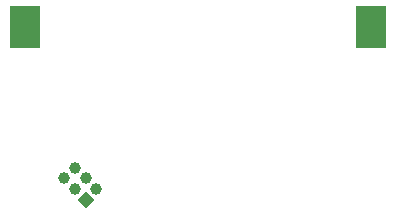
<source format=gbr>
%TF.GenerationSoftware,KiCad,Pcbnew,7.0.10*%
%TF.CreationDate,2024-10-12T21:33:44+02:00*%
%TF.ProjectId,Retro_Bubble_LED_Watch,52657472-6f5f-4427-9562-626c655f4c45,1.1*%
%TF.SameCoordinates,Original*%
%TF.FileFunction,Soldermask,Bot*%
%TF.FilePolarity,Negative*%
%FSLAX46Y46*%
G04 Gerber Fmt 4.6, Leading zero omitted, Abs format (unit mm)*
G04 Created by KiCad (PCBNEW 7.0.10) date 2024-10-12 21:33:44*
%MOMM*%
%LPD*%
G01*
G04 APERTURE LIST*
G04 Aperture macros list*
%AMHorizOval*
0 Thick line with rounded ends*
0 $1 width*
0 $2 $3 position (X,Y) of the first rounded end (center of the circle)*
0 $4 $5 position (X,Y) of the second rounded end (center of the circle)*
0 Add line between two ends*
20,1,$1,$2,$3,$4,$5,0*
0 Add two circle primitives to create the rounded ends*
1,1,$1,$2,$3*
1,1,$1,$4,$5*%
%AMRotRect*
0 Rectangle, with rotation*
0 The origin of the aperture is its center*
0 $1 length*
0 $2 width*
0 $3 Rotation angle, in degrees counterclockwise*
0 Add horizontal line*
21,1,$1,$2,0,0,$3*%
G04 Aperture macros list end*
%ADD10RotRect,1.000000X1.000000X45.000000*%
%ADD11HorizOval,1.000000X0.000000X0.000000X0.000000X0.000000X0*%
%ADD12R,2.600000X3.600000*%
G04 APERTURE END LIST*
D10*
%TO.C,J1*%
X141148026Y-112148026D03*
D11*
X142046052Y-111250000D03*
X140250000Y-111250000D03*
X141148026Y-110351975D03*
X139351975Y-110351975D03*
X140250000Y-109453949D03*
%TD*%
D12*
%TO.C,BT1*%
X165300000Y-97500000D03*
X136000000Y-97500000D03*
%TD*%
M02*

</source>
